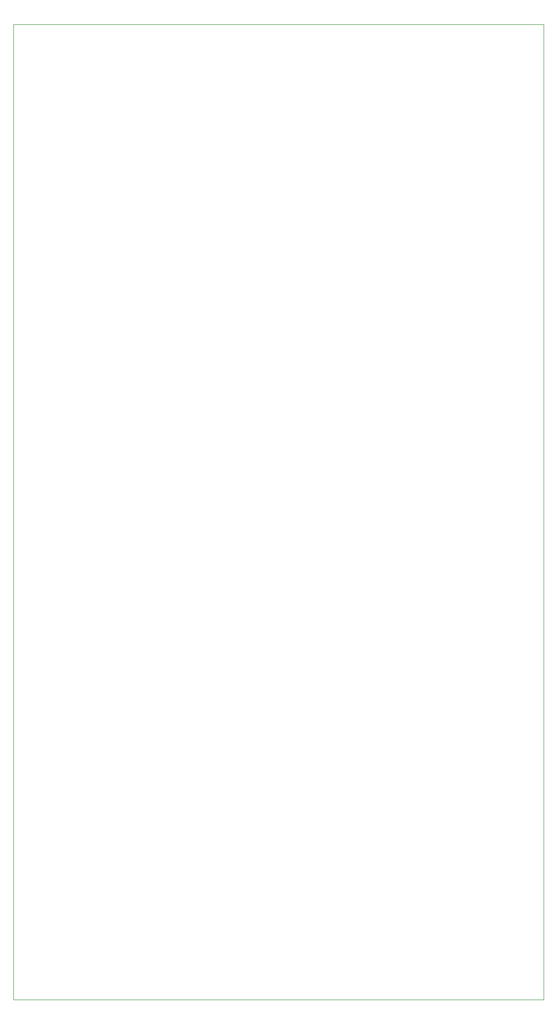
<source format=gbr>
G04 #@! TF.GenerationSoftware,KiCad,Pcbnew,(5.1.8)-1*
G04 #@! TF.CreationDate,2025-02-24T09:12:35-07:00*
G04 #@! TF.ProjectId,Backplane,4261636b-706c-4616-9e65-2e6b69636164,rev?*
G04 #@! TF.SameCoordinates,Original*
G04 #@! TF.FileFunction,Profile,NP*
%FSLAX46Y46*%
G04 Gerber Fmt 4.6, Leading zero omitted, Abs format (unit mm)*
G04 Created by KiCad (PCBNEW (5.1.8)-1) date 2025-02-24 09:12:35*
%MOMM*%
%LPD*%
G01*
G04 APERTURE LIST*
G04 #@! TA.AperFunction,Profile*
%ADD10C,0.050000*%
G04 #@! TD*
G04 APERTURE END LIST*
D10*
X142240000Y-187960000D02*
X153670000Y-187960000D01*
X142240000Y-15240000D02*
X153670000Y-15240000D01*
X153670000Y-187960000D02*
X153670000Y-15240000D01*
X59690000Y-15240000D02*
X59690000Y-187960000D01*
X142240000Y-15240000D02*
X59690000Y-15240000D01*
X59690000Y-187960000D02*
X142240000Y-187960000D01*
M02*

</source>
